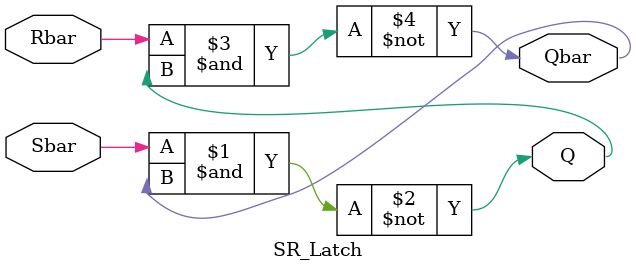
<source format=v>
module SR_Latch (Q,Qbar,Sbar,Rbar);
  output wire Q, Qbar;
  input wire Sbar,Rbar;
  
  nand n1(Q,Sbar,Qbar);
  nand n2(Qbar,Rbar,Q);
endmodule
</source>
